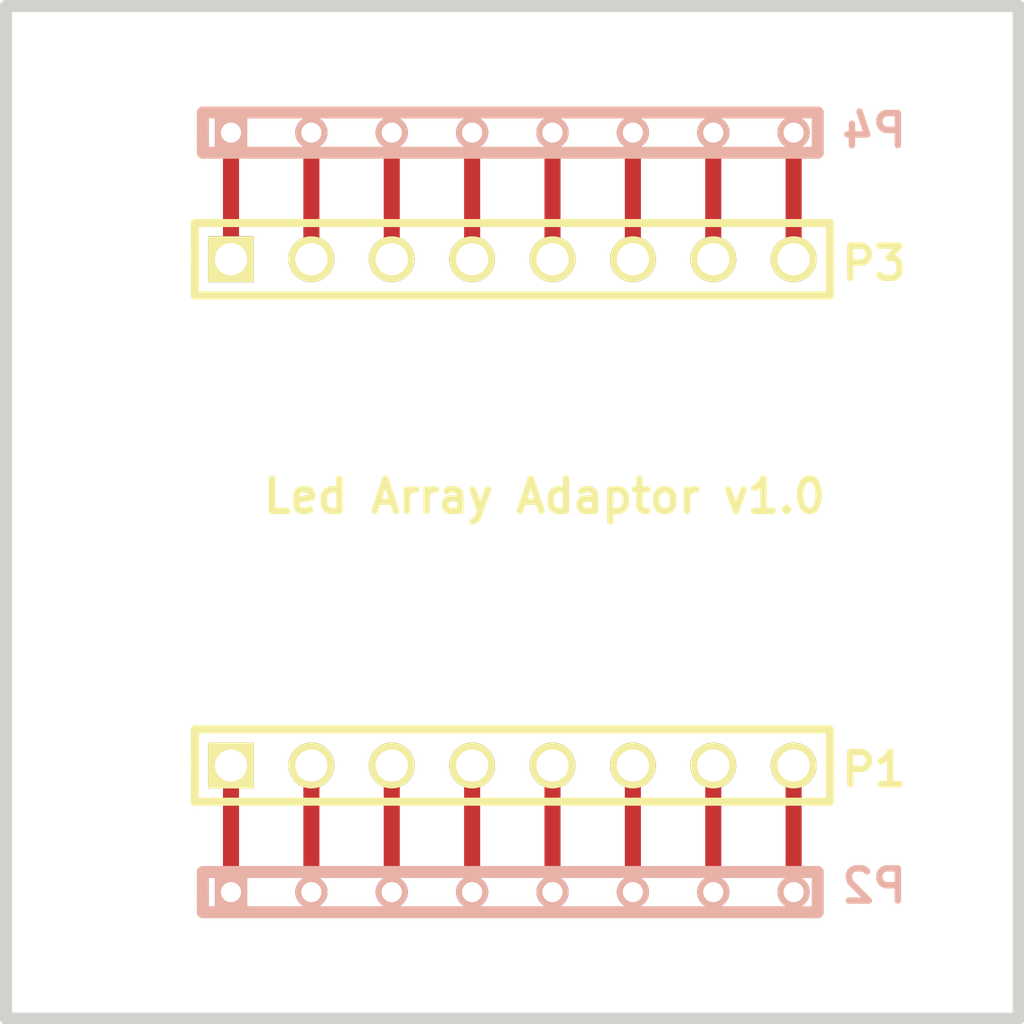
<source format=kicad_pcb>
(kicad_pcb (version 20171130) (host pcbnew 5.1.10)

  (general
    (thickness 1.6002)
    (drawings 5)
    (tracks 16)
    (zones 0)
    (modules 4)
    (nets 17)
  )

  (page A4)
  (title_block
    (date "13 feb 2013")
  )

  (layers
    (0 Front signal)
    (31 Back signal)
    (32 B.Adhes user)
    (33 F.Adhes user)
    (34 B.Paste user)
    (35 F.Paste user)
    (36 B.SilkS user)
    (37 F.SilkS user)
    (38 B.Mask user)
    (39 F.Mask user)
    (40 Dwgs.User user)
    (41 Cmts.User user)
    (42 Eco1.User user)
    (43 Eco2.User user)
    (44 Edge.Cuts user)
  )

  (setup
    (last_trace_width 0.508)
    (trace_clearance 0.254)
    (zone_clearance 0.508)
    (zone_45_only no)
    (trace_min 0.2032)
    (via_size 0.889)
    (via_drill 0.635)
    (via_min_size 0.889)
    (via_min_drill 0.508)
    (uvia_size 0.508)
    (uvia_drill 0.127)
    (uvias_allowed no)
    (uvia_min_size 0.508)
    (uvia_min_drill 0.127)
    (edge_width 0.381)
    (segment_width 0.381)
    (pcb_text_width 0.3048)
    (pcb_text_size 1.524 2.032)
    (mod_edge_width 0.381)
    (mod_text_size 1.524 1.524)
    (mod_text_width 0.3048)
    (pad_size 1.524 1.524)
    (pad_drill 0.8128)
    (pad_to_mask_clearance 0.254)
    (aux_axis_origin 0 0)
    (visible_elements FFFFFF7F)
    (pcbplotparams
      (layerselection 0x00030_ffffffff)
      (usegerberextensions true)
      (usegerberattributes true)
      (usegerberadvancedattributes true)
      (creategerberjobfile true)
      (excludeedgelayer true)
      (linewidth 0.150000)
      (plotframeref false)
      (viasonmask false)
      (mode 1)
      (useauxorigin false)
      (hpglpennumber 1)
      (hpglpenspeed 20)
      (hpglpendiameter 15.000000)
      (psnegative false)
      (psa4output false)
      (plotreference true)
      (plotvalue true)
      (plotinvisibletext false)
      (padsonsilk false)
      (subtractmaskfromsilk false)
      (outputformat 1)
      (mirror false)
      (drillshape 1)
      (scaleselection 1)
      (outputdirectory ""))
  )

  (net 0 "")
  (net 1 N-000001)
  (net 2 N-000002)
  (net 3 N-000003)
  (net 4 N-000004)
  (net 5 N-000005)
  (net 6 N-000006)
  (net 7 N-000007)
  (net 8 N-000008)
  (net 9 N-000009)
  (net 10 N-000010)
  (net 11 N-000011)
  (net 12 N-000012)
  (net 13 N-000013)
  (net 14 N-000014)
  (net 15 N-000015)
  (net 16 N-000016)

  (net_class Default "This is the default net class."
    (clearance 0.254)
    (trace_width 0.508)
    (via_dia 0.889)
    (via_drill 0.635)
    (uvia_dia 0.508)
    (uvia_drill 0.127)
    (add_net N-000001)
    (add_net N-000002)
    (add_net N-000003)
    (add_net N-000004)
    (add_net N-000005)
    (add_net N-000006)
    (add_net N-000007)
    (add_net N-000008)
    (add_net N-000009)
    (add_net N-000010)
    (add_net N-000011)
    (add_net N-000012)
    (add_net N-000013)
    (add_net N-000014)
    (add_net N-000015)
    (add_net N-000016)
  )

  (module PIN_ARRAY-8X1 (layer Front) (tedit 511ACB1C) (tstamp 511AC7F1)
    (at 66.79946 74.80046)
    (descr "Connecteur 8 pins")
    (tags "CONN DEV")
    (path /511AC5FF)
    (fp_text reference P1 (at 11.43254 0.12954) (layer F.SilkS)
      (effects (font (size 1.016 1.016) (thickness 0.2032)))
    )
    (fp_text value "" (at 0 2.159) (layer F.SilkS) hide
      (effects (font (size 1.016 0.889) (thickness 0.2032)))
    )
    (fp_line (start -10.033 -0.254) (end -10.033 0.127) (layer F.SilkS) (width 0.254))
    (fp_line (start -10.033 -0.127) (end -10.033 -1.143) (layer F.SilkS) (width 0.254))
    (fp_line (start -10.033 -1.143) (end 9.906 -1.143) (layer F.SilkS) (width 0.254))
    (fp_line (start 9.906 -1.143) (end 10.033 -1.143) (layer F.SilkS) (width 0.254))
    (fp_line (start 10.033 -1.143) (end 10.033 1.016) (layer F.SilkS) (width 0.254))
    (fp_line (start 10.033 1.016) (end 10.033 1.143) (layer F.SilkS) (width 0.254))
    (fp_line (start 10.033 1.143) (end -10.033 1.143) (layer F.SilkS) (width 0.254))
    (fp_line (start -10.033 1.143) (end -10.033 0) (layer F.SilkS) (width 0.254))
    (pad 2 thru_hole circle (at -6.35 0) (size 1.4478 1.4478) (drill 1.016) (layers *.Cu *.Mask F.SilkS)
      (net 10 N-000010))
    (pad 3 thru_hole circle (at -3.81 0) (size 1.4478 1.4478) (drill 1.016) (layers *.Cu *.Mask F.SilkS)
      (net 11 N-000011))
    (pad 4 thru_hole circle (at -1.27 0) (size 1.4478 1.4478) (drill 1.016) (layers *.Cu *.Mask F.SilkS)
      (net 12 N-000012))
    (pad 5 thru_hole circle (at 1.27 0) (size 1.4478 1.4478) (drill 1.016) (layers *.Cu *.Mask F.SilkS)
      (net 13 N-000013))
    (pad 6 thru_hole circle (at 3.81 0) (size 1.4478 1.4478) (drill 1.016) (layers *.Cu *.Mask F.SilkS)
      (net 14 N-000014))
    (pad 7 thru_hole circle (at 6.35 0) (size 1.4478 1.4478) (drill 1.016) (layers *.Cu *.Mask F.SilkS)
      (net 15 N-000015))
    (pad 1 thru_hole rect (at -8.89 0) (size 1.4478 1.4478) (drill 1.016) (layers *.Cu *.Mask F.SilkS)
      (net 9 N-000009))
    (pad 8 thru_hole circle (at 8.89 0) (size 1.4478 1.4478) (drill 1.016) (layers *.Cu *.Mask F.SilkS)
      (net 16 N-000016))
    (model pin_array/pins_array_6x1.wrl
      (at (xyz 0 0 0))
      (scale (xyz 1 1 1))
      (rotate (xyz 0 0 0))
    )
  )

  (module PIN_ARRAY-8X1 (layer Front) (tedit 511ACB16) (tstamp 511AC7F3)
    (at 66.79946 58.801)
    (descr "Connecteur 8 pins")
    (tags "CONN DEV")
    (path /511AC602)
    (fp_text reference P3 (at 11.43254 0.127) (layer F.SilkS)
      (effects (font (size 1.016 1.016) (thickness 0.2032)))
    )
    (fp_text value "" (at 0 2.159) (layer F.SilkS) hide
      (effects (font (size 1.016 0.889) (thickness 0.2032)))
    )
    (fp_line (start -10.033 -0.254) (end -10.033 0.127) (layer F.SilkS) (width 0.254))
    (fp_line (start -10.033 -0.127) (end -10.033 -1.143) (layer F.SilkS) (width 0.254))
    (fp_line (start -10.033 -1.143) (end 9.906 -1.143) (layer F.SilkS) (width 0.254))
    (fp_line (start 9.906 -1.143) (end 10.033 -1.143) (layer F.SilkS) (width 0.254))
    (fp_line (start 10.033 -1.143) (end 10.033 1.016) (layer F.SilkS) (width 0.254))
    (fp_line (start 10.033 1.016) (end 10.033 1.143) (layer F.SilkS) (width 0.254))
    (fp_line (start 10.033 1.143) (end -10.033 1.143) (layer F.SilkS) (width 0.254))
    (fp_line (start -10.033 1.143) (end -10.033 0) (layer F.SilkS) (width 0.254))
    (pad 2 thru_hole circle (at -6.35 0) (size 1.4478 1.4478) (drill 1.016) (layers *.Cu *.Mask F.SilkS)
      (net 2 N-000002))
    (pad 3 thru_hole circle (at -3.81 0) (size 1.4478 1.4478) (drill 1.016) (layers *.Cu *.Mask F.SilkS)
      (net 3 N-000003))
    (pad 4 thru_hole circle (at -1.27 0) (size 1.4478 1.4478) (drill 1.016) (layers *.Cu *.Mask F.SilkS)
      (net 4 N-000004))
    (pad 5 thru_hole circle (at 1.27 0) (size 1.4478 1.4478) (drill 1.016) (layers *.Cu *.Mask F.SilkS)
      (net 5 N-000005))
    (pad 6 thru_hole circle (at 3.81 0) (size 1.4478 1.4478) (drill 1.016) (layers *.Cu *.Mask F.SilkS)
      (net 6 N-000006))
    (pad 7 thru_hole circle (at 6.35 0) (size 1.4478 1.4478) (drill 1.016) (layers *.Cu *.Mask F.SilkS)
      (net 7 N-000007))
    (pad 1 thru_hole rect (at -8.89 0) (size 1.4478 1.4478) (drill 1.016) (layers *.Cu *.Mask F.SilkS)
      (net 1 N-000001))
    (pad 8 thru_hole circle (at 8.89 0) (size 1.4478 1.4478) (drill 1.016) (layers *.Cu *.Mask F.SilkS)
      (net 8 N-000008))
    (model pin_array/pins_array_6x1.wrl
      (at (xyz 0 0 0))
      (scale (xyz 1 1 1))
      (rotate (xyz 0 0 0))
    )
  )

  (module PANEL_HEADER_8PIN (layer Back) (tedit 511ACB20) (tstamp 511AC7F4)
    (at 66.79946 78.80096)
    (path /511AC5FC)
    (fp_text reference P2 (at 11.43254 -0.19304) (layer B.SilkS)
      (effects (font (size 1.016 1.016) (thickness 0.2032)) (justify mirror))
    )
    (fp_text value "" (at 0 2.921) (layer B.SilkS) hide
      (effects (font (size 1.524 1.524) (thickness 0.3048)) (justify mirror))
    )
    (fp_line (start -9.779 0.127) (end -9.779 0.635) (layer B.SilkS) (width 0.381))
    (fp_line (start -9.779 0.635) (end 9.525 0.635) (layer B.SilkS) (width 0.381))
    (fp_line (start 9.525 0.635) (end 9.652 0.635) (layer B.SilkS) (width 0.381))
    (fp_line (start 9.652 0.635) (end 9.652 -0.635) (layer B.SilkS) (width 0.381))
    (fp_line (start 9.652 -0.635) (end -9.779 -0.635) (layer B.SilkS) (width 0.381))
    (fp_line (start -9.779 -0.635) (end -9.779 0) (layer B.SilkS) (width 0.381))
    (fp_line (start -9.779 0) (end -9.779 0.381) (layer B.SilkS) (width 0.381))
    (pad 4 thru_hole circle (at -1.27 0) (size 1.016 1.016) (drill 0.635) (layers *.Cu *.Mask B.SilkS)
      (net 12 N-000012))
    (pad 3 thru_hole circle (at -3.81 0) (size 1.016 1.016) (drill 0.635) (layers *.Cu *.Mask B.SilkS)
      (net 11 N-000011))
    (pad 2 thru_hole circle (at -6.35 0) (size 1.016 1.016) (drill 0.635) (layers *.Cu *.Mask B.SilkS)
      (net 10 N-000010))
    (pad 1 thru_hole rect (at -8.89 0) (size 1.016 1.016) (drill 0.635) (layers *.Cu *.Mask B.SilkS)
      (net 9 N-000009))
    (pad 5 thru_hole circle (at 1.27 0) (size 1.016 1.016) (drill 0.635) (layers *.Cu *.Mask B.SilkS)
      (net 13 N-000013))
    (pad 6 thru_hole circle (at 3.81 0) (size 1.016 1.016) (drill 0.635) (layers *.Cu *.Mask B.SilkS)
      (net 14 N-000014))
    (pad 7 thru_hole circle (at 6.35 0) (size 1.016 1.016) (drill 0.635) (layers *.Cu *.Mask B.SilkS)
      (net 15 N-000015))
    (pad 8 thru_hole circle (at 8.89 0) (size 1.016 1.016) (drill 0.635) (layers *.Cu *.Mask B.SilkS)
      (net 16 N-000016))
  )

  (module PANEL_HEADER_8PIN (layer Back) (tedit 511ACB11) (tstamp 511AC7F6)
    (at 66.79946 54.8005)
    (path /511AC605)
    (fp_text reference P4 (at 11.43254 -0.0635) (layer B.SilkS)
      (effects (font (size 1.016 1.016) (thickness 0.2032)) (justify mirror))
    )
    (fp_text value "" (at 0 2.921) (layer B.SilkS) hide
      (effects (font (size 1.524 1.524) (thickness 0.3048)) (justify mirror))
    )
    (fp_line (start -9.779 0.127) (end -9.779 0.635) (layer B.SilkS) (width 0.381))
    (fp_line (start -9.779 0.635) (end 9.525 0.635) (layer B.SilkS) (width 0.381))
    (fp_line (start 9.525 0.635) (end 9.652 0.635) (layer B.SilkS) (width 0.381))
    (fp_line (start 9.652 0.635) (end 9.652 -0.635) (layer B.SilkS) (width 0.381))
    (fp_line (start 9.652 -0.635) (end -9.779 -0.635) (layer B.SilkS) (width 0.381))
    (fp_line (start -9.779 -0.635) (end -9.779 0) (layer B.SilkS) (width 0.381))
    (fp_line (start -9.779 0) (end -9.779 0.381) (layer B.SilkS) (width 0.381))
    (pad 4 thru_hole circle (at -1.27 0) (size 1.016 1.016) (drill 0.635) (layers *.Cu *.Mask B.SilkS)
      (net 4 N-000004))
    (pad 3 thru_hole circle (at -3.81 0) (size 1.016 1.016) (drill 0.635) (layers *.Cu *.Mask B.SilkS)
      (net 3 N-000003))
    (pad 2 thru_hole circle (at -6.35 0) (size 1.016 1.016) (drill 0.635) (layers *.Cu *.Mask B.SilkS)
      (net 2 N-000002))
    (pad 1 thru_hole rect (at -8.89 0) (size 1.016 1.016) (drill 0.635) (layers *.Cu *.Mask B.SilkS)
      (net 1 N-000001))
    (pad 5 thru_hole circle (at 1.27 0) (size 1.016 1.016) (drill 0.635) (layers *.Cu *.Mask B.SilkS)
      (net 5 N-000005))
    (pad 6 thru_hole circle (at 3.81 0) (size 1.016 1.016) (drill 0.635) (layers *.Cu *.Mask B.SilkS)
      (net 6 N-000006))
    (pad 7 thru_hole circle (at 6.35 0) (size 1.016 1.016) (drill 0.635) (layers *.Cu *.Mask B.SilkS)
      (net 7 N-000007))
    (pad 8 thru_hole circle (at 8.89 0) (size 1.016 1.016) (drill 0.635) (layers *.Cu *.Mask B.SilkS)
      (net 8 N-000008))
  )

  (gr_text "Led Array Adaptor v1.0" (at 67.818 66.294) (layer F.SilkS)
    (effects (font (size 1.016 1.016) (thickness 0.2032)))
  )
  (gr_line (start 82.79892 50.8) (end 82.79892 82.79892) (angle 90) (layer Edge.Cuts) (width 0.381))
  (gr_line (start 50.8 82.79892) (end 82.79892 82.79892) (angle 90) (layer Edge.Cuts) (width 0.381))
  (gr_line (start 50.8 50.8) (end 82.79892 50.8) (angle 90) (layer Edge.Cuts) (width 0.381))
  (gr_line (start 50.8 50.8) (end 50.8 82.79892) (angle 90) (layer Edge.Cuts) (width 0.381))

  (segment (start 57.90946 58.801) (end 57.90946 54.8005) (width 0.508) (layer Front) (net 1) (status C00000))
  (segment (start 60.44946 58.801) (end 60.44946 54.8005) (width 0.508) (layer Front) (net 2) (status C00000))
  (segment (start 62.98946 58.801) (end 62.98946 54.8005) (width 0.508) (layer Front) (net 3) (status C00000))
  (segment (start 65.52946 58.801) (end 65.52946 54.8005) (width 0.508) (layer Front) (net 4) (status C00000))
  (segment (start 68.06946 58.801) (end 68.06946 54.8005) (width 0.508) (layer Front) (net 5) (status C00000))
  (segment (start 70.60946 58.801) (end 70.60946 54.8005) (width 0.508) (layer Front) (net 6) (status C00000))
  (segment (start 73.14946 58.801) (end 73.14946 54.8005) (width 0.508) (layer Front) (net 7) (status C00000))
  (segment (start 75.68946 58.801) (end 75.68946 54.8005) (width 0.508) (layer Front) (net 8) (status C00000))
  (segment (start 57.90946 74.80046) (end 57.90946 78.80096) (width 0.508) (layer Front) (net 9) (status C00000))
  (segment (start 60.44946 74.80046) (end 60.44946 78.80096) (width 0.508) (layer Front) (net 10) (status C00000))
  (segment (start 62.98946 74.80046) (end 62.98946 78.80096) (width 0.508) (layer Front) (net 11) (status C00000))
  (segment (start 65.52946 74.80046) (end 65.52946 78.80096) (width 0.508) (layer Front) (net 12) (status C00000))
  (segment (start 68.06946 74.80046) (end 68.06946 78.80096) (width 0.508) (layer Front) (net 13) (status C00000))
  (segment (start 70.60946 74.80046) (end 70.60946 78.80096) (width 0.508) (layer Front) (net 14) (status C00000))
  (segment (start 73.14946 74.80046) (end 73.14946 78.80096) (width 0.508) (layer Front) (net 15) (status C00000))
  (segment (start 75.68946 74.80046) (end 75.68946 78.80096) (width 0.508) (layer Front) (net 16) (status C00000))

)

</source>
